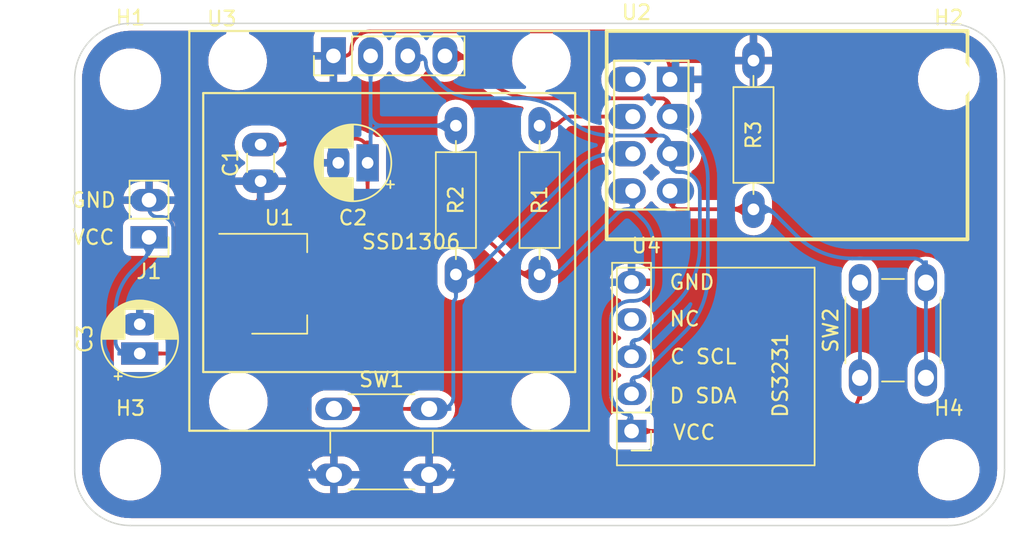
<source format=kicad_pcb>
(kicad_pcb (version 20240108) (generator "pcbnew") (generator_version "8.0")
  (layers (0 "F.Cu" signal) (31 "B.Cu" signal) (34 "B.Paste" user) (35 "F.Paste" user) (36 "B.SilkS" user "B.Silkscreen") (37 "F.SilkS" user "F.Silkscreen") (38 "B.Mask" user) (39 "F.Mask" user) (44 "Edge.Cuts" user))
  (net 0 "")
  (net 1 "GND")
  (net 2 "+3V3")
  (net 3 "Net-(R2-Pad2)")
  (net 4 "VCC")
  (net 6 "SDA")
  (net 7 "SCL")
  (net 8 "Net-(U2-Pad7)")
  (net 9 "Net-(R1-Pad2)")
  (footprint "My_Misc:CP_Radial_D5.0mm_P2.00mm_larger" (layer "F.Cu") (at 92.3951 55.245 180)
    (property "Reference" "C2")
    (property "Value" "100u")
  )
  (footprint "My_Misc:C_Disc_D3.0mm_W1.6mm_P2.50mm_larg" (layer "F.Cu") (at 85.09 56.495 90)
    (property "Reference" "C1")
    (property "Value" "100n")
  )
  (footprint "My_Parts:DS3231_RTC_module_large" (layer "F.Cu") (at 110.42 63.4)
    (property "Reference" "U4")
    (property "Value" "DS3231_RTC_module")
  )
  (footprint "My_Parts:SSD1306_I2C_0.96_OLED_display_large" (layer "F.Cu") (at 90.06 47.94)
    (property "Reference" "U3")
    (property "Value" "SSD1306_I2C_display")
  )
  (footprint "My_Misc:SW_PUSH_6mm_large" (layer "F.Cu") (at 90.095 72.045)
    (property "Reference" "SW1")
    (property "Value" "Reset")
  )
  (footprint "My_ESP8266:ESP-01_w_pin_socket_large" (layer "F.Cu") (at 110.5 49.544)
    (property "Reference" "U2")
    (property "Value" "ESP-01")
  )
  (footprint "My_Misc:R_Axial_DIN0207_L6.3mm_D2.5mm_P10.16mm_Horizontal_larger_pads" (layer "F.Cu") (at 104.14 62.865 90)
    (property "Reference" "R1")
    (property "Value" "10k")
  )
  (footprint "MountingHole:MountingHole_3.2mm_M3" (layer "F.Cu") (at 132.08 76.2)
    (property "Reference" "H4")
    (property "Value" "MountingHole")
  )
  (footprint "My_Misc:SW_PUSH_6mm_large" (layer "F.Cu") (at 126.02 69.925 90)
    (property "Reference" "SW2")
    (property "Value" "Function")
  )
  (footprint "Package_TO_SOT_SMD:SOT-223-3_TabPin2" (layer "F.Cu") (at 86.36 63.5)
    (property "Reference" "U1")
    (property "Value" "AMS1117-3.3")
  )
  (footprint "My_Headers:2-pin_power_input_header_larger_pads" (layer "F.Cu") (at 77.47 60.33 180)
    (property "Reference" "J1")
    (property "Value" "2-pin_power_input_header")
  )
  (footprint "MountingHole:MountingHole_3.2mm_M3" (layer "F.Cu") (at 76.2 76.2)
    (property "Reference" "H3")
    (property "Value" "MountingHole")
  )
  (footprint "My_Misc:CP_Radial_D5.0mm_P2.00mm_larger" (layer "F.Cu") (at 76.835 68.2651 90)
    (property "Reference" "C3")
    (property "Value" "10u")
  )
  (footprint "My_Misc:R_Axial_DIN0207_L6.3mm_D2.5mm_P10.16mm_Horizontal_larger_pads" (layer "F.Cu") (at 118.745 48.26 -90)
    (property "Reference" "R3")
    (property "Value" "10k")
  )
  (footprint "My_Misc:R_Axial_DIN0207_L6.3mm_D2.5mm_P10.16mm_Horizontal_larger_pads" (layer "F.Cu") (at 98.425 52.705 -90)
    (property "Reference" "R2")
    (property "Value" "10k")
  )
  (footprint "MountingHole:MountingHole_3.2mm_M3" (layer "F.Cu") (at 132.08 49.53)
    (property "Reference" "H2")
    (property "Value" "MountingHole")
  )
  (footprint "MountingHole:MountingHole_3.2mm_M3" (layer "F.Cu") (at 76.2 49.53)
    (property "Reference" "H1")
    (property "Value" "MountingHole")
  )
  (gr_arc (start 72.39 49.53) (mid 73.505923 46.835923) (end 76.2 45.72) (stroke (width 0.1)) (layer "Edge.Cuts"))
  (gr_line (start 135.89 49.53) (end 135.89 76.2) (stroke (width 0.1)) (layer "Edge.Cuts"))
  (gr_arc (start 135.89 76.2) (mid 134.774077 78.894077) (end 132.08 80.01) (stroke (width 0.1)) (layer "Edge.Cuts"))
  (gr_arc (start 132.08 45.72) (mid 134.774077 46.835923) (end 135.89 49.53) (stroke (width 0.1)) (layer "Edge.Cuts"))
  (gr_arc (start 76.2 80.01) (mid 73.505923 78.894077) (end 72.39 76.2) (stroke (width 0.1)) (layer "Edge.Cuts"))
  (gr_line (start 132.08 80.01) (end 76.2 80.01) (stroke (width 0.1)) (layer "Edge.Cuts"))
  (gr_line (start 72.39 76.2) (end 72.39 49.53) (stroke (width 0.1)) (layer "Edge.Cuts"))
  (gr_line (start 76.2 45.72) (end 132.08 45.72) (stroke (width 0.1)) (layer "Edge.Cuts"))
  (segment (start 113.04 48.92155) (end 113.04 49.544) (width 0.254) (layer "F.Cu") (net 1))
  (segment (start 96.595 76.545) (end 90.095 76.545) (width 0.254) (layer "F.Cu") (net 1))
  (segment (start 82.8257 59.6844) (end 81.94255 58.80125) (width 0.254) (layer "F.Cu") (net 1))
  (segment (start 91.617806 46.689993) (end 91.6652 46.6426) (width 0.254) (layer "F.Cu") (net 1))
  (segment (start 85.09 57.08565) (end 85.09 56.495) (width 0.254) (layer "F.Cu") (net 1))
  (segment (start 112.599861 47.858961) (end 112.0248 47.2839) (width 0.254) (layer "F.Cu") (net 1))
  (segment (start 92.567874 46.2687) (end 109.57389 46.2687) (width 0.254) (layer "F.Cu") (net 1))
  (segment (start 117.534952 48.2991) (end 113.66245 48.2991) (width 0.254) (layer "F.Cu") (net 1))
  (segment (start 83.0819 59.9406) (end 82.8257 59.6844) (width 0.254) (layer "F.Cu") (net 1))
  (segment (start 84.672347 58.093952) (end 83.0819 59.6844) (width 0.254) (layer "F.Cu") (net 1))
  (segment (start 83.21 60.24986) (end 83.21 61.2) (width 0.254) (layer "F.Cu") (net 1))
  (segment (start 79.501176 57.79) (end 77.47 57.79) (width 0.254) (layer "F.Cu") (net 1))
  (segment (start 90.82955 47.94) (end 90.06 47.94) (width 0.254) (layer "F.Cu") (net 1))
  (segment (start 117.629347 48.26) (end 118.745 48.26) (width 0.254) (layer "F.Cu") (net 1))
  (arc (start 81.94255 58.80125) (mid 80.822438 58.052815) (end 79.501176 57.79) (width 0.254) (layer "F.Cu") (net 1))
  (arc (start 82.8257 59.6844) (mid 82.9538 59.73746) (end 83.0819 59.6844) (width 0.254) (layer "F.Cu") (net 1))
  (arc (start 117.629347 48.26) (mid 117.603804 48.26508) (end 117.58215 48.27955) (width 0.254) (layer "F.Cu") (net 1))
  (arc (start 113.66245 48.2991) (mid 113.222311 48.481411) (end 113.04 48.92155) (width 0.254) (layer "F.Cu") (net 1))
  (arc (start 83.0819 59.6844) (mid 83.028839 59.8125) (end 83.0819 59.9406) (width 0.254) (layer "F.Cu") (net 1))
  (arc (start 91.2913 47.47825) (mid 91.156056 47.804756) (end 90.82955 47.94) (width 0.254) (layer "F.Cu") (net 1))
  (arc (start 112.599861 47.858961) (mid 113.087381 48.184711) (end 113.66245 48.2991) (width 0.254) (layer "F.Cu") (net 1))
  (arc (start 113.04 48.92155) (mid 112.925611 48.346481) (end 112.599861 47.858961) (width 0.254) (layer "F.Cu") (net 1))
  (arc (start 91.617806 46.689993) (mid 91.376156 47.051648) (end 91.2913 47.47825) (width 0.254) (layer "F.Cu") (net 1))
  (arc (start 117.58215 48.27955) (mid 117.560495 48.294019) (end 117.534952 48.2991) (width 0.254) (layer "F.Cu") (net 1))
  (arc (start 85.09 57.08565) (mid 84.981455 57.631339) (end 84.672347 58.093952) (width 0.254) (layer "F.Cu") (net 1))
  (arc (start 83.0819 59.9406) (mid 83.176707 60.082489) (end 83.21 60.24986) (width 0.254) (layer "F.Cu") (net 1))
  (arc (start 112.0248 47.2839) (mid 110.900313 46.532541) (end 109.57389 46.2687) (width 0.254) (layer "F.Cu") (net 1))
  (arc (start 92.567874 46.2687) (mid 92.07935 46.365873) (end 91.6652 46.6426) (width 0.254) (layer "F.Cu") (net 1))
  (segment (start 99.083726 73.338973) (end 108.528679 63.89402) (width 0.254) (layer "B.Cu") (net 1))
  (segment (start 88.4437 75.71935) (end 88.4437 57.24937) (width 0.254) (layer "B.Cu") (net 1))
  (segment (start 76.835 65.69345) (end 76.835 66.2651) (width 0.254) (layer "B.Cu") (net 1))
  (segment (start 77.978199 63.978599) (end 77.239217 64.717582) (width 0.254) (layer "B.Cu") (net 1))
  (segment (start 90.1093 55.245) (end 89.5377 55.245) (width 0.254) (layer "B.Cu") (net 1))
  (segment (start 87.689329 56.495) (end 85.09 56.495) (width 0.254) (layer "B.Cu") (net 1))
  (segment (start 98.2463 75.3607) (end 98.2463 75.71935) (width 0.254) (layer "B.Cu") (net 1))
  (segment (start 89.049673 55.447126) (end 88.22275 56.27405) (width 0.254) (layer "B.Cu") (net 1))
  (segment (start 89.8235 49.99503) (end 89.8235 54.9592) (width 0.254) (layer "B.Cu") (net 1))
  (segment (start 79.1214 61.218671) (end 79.1214 59.747419) (width 0.254) (layer "B.Cu") (net 1))
  (segment (start 90.06 49.424069) (end 90.06 47.94) (width 0.254) (layer "B.Cu") (net 1))
  (segment (start 90.1093 55.245) (end 90.3951 55.245) (width 0.254) (layer "B.Cu") (net 1))
  (segment (start 97.42065 76.545) (end 96.595 76.545) (width 0.254) (layer "B.Cu") (net 1))
  (segment (start 89.26935 76.545) (end 90.095 76.545) (width 0.254) (layer "B.Cu") (net 1))
  (segment (start 109.72135 63.4) (end 110.42 63.4) (width 0.254) (layer "B.Cu") (net 1))
  (segment (start 77.47 58.36165) (end 77.47 57.79) (width 0.254) (layer "B.Cu") (net 1))
  (segment (start 78.04165 58.9333) (end 78.30728 58.9333) (width 0.254) (layer "B.Cu") (net 1))
  (segment (start 89.5377 55.245) (end 89.53765 55.245) (width 0.254) (layer "B.Cu") (net 1))
  (arc (start 88.4437 75.71935) (mid 88.685527 76.303172) (end 89.26935 76.545) (width 0.254) (layer "B.Cu") (net 1))
  (arc (start 89.5377 55.245) (mid 89.739791 55.161291) (end 89.8235 54.9592) (width 0.254) (layer "B.Cu") (net 1))
  (arc (start 89.53765 55.245) (mid 89.273558 55.29753) (end 89.049673 55.447126) (width 0.254) (layer "B.Cu") (net 1))
  (arc (start 89.94175 49.70955) (mid 89.854232 49.840529) (end 89.8235 49.99503) (width 0.254) (layer "B.Cu") (net 1))
  (arc (start 90.06 49.424069) (mid 90.029267 49.57857) (end 89.94175 49.70955) (width 0.254) (layer "B.Cu") (net 1))
  (arc (start 99.083726 73.338973) (mid 98.463939 74.266549) (end 98.2463 75.3607) (width 0.254) (layer "B.Cu") (net 1))
  (arc (start 77.47 58.36165) (mid 77.637432 58.765867) (end 78.04165 58.9333) (width 0.254) (layer "B.Cu") (net 1))
  (arc (start 88.22275 56.27405) (mid 88.131229 56.495) (end 88.22275 56.71595) (width 0.254) (layer "B.Cu") (net 1))
  (arc (start 77.239217 64.717582) (mid 76.940052 65.165314) (end 76.835 65.69345) (width 0.254) (layer "B.Cu") (net 1))
  (arc (start 78.88295 59.17175) (mid 79.059428 59.435869) (end 79.1214 59.747419) (width 0.254) (layer "B.Cu") (net 1))
  (arc (start 98.2463 75.71935) (mid 98.004472 76.303172) (end 97.42065 76.545) (width 0.254) (layer "B.Cu") (net 1))
  (arc (start 88.22275 56.71595) (mid 88.386276 56.960685) (end 88.4437 57.24937) (width 0.254) (layer "B.Cu") (net 1))
  (arc (start 87.689329 56.495) (mid 87.978014 56.437576) (end 88.22275 56.27405) (width 0.254) (layer "B.Cu") (net 1))
  (arc (start 79.1214 61.218671) (mid 78.824291 62.712333) (end 77.978199 63.978599) (width 0.254) (layer "B.Cu") (net 1))
  (arc (start 88.22275 56.71595) (mid 87.978014 56.552423) (end 87.689329 56.495) (width 0.254) (layer "B.Cu") (net 1))
  (arc (start 78.88295 59.17175) (mid 78.61883 58.995271) (end 78.30728 58.9333) (width 0.254) (layer "B.Cu") (net 1))
  (arc (start 109.72135 63.4) (mid 109.075881 63.528391) (end 108.528679 63.89402) (width 0.254) (layer "B.Cu") (net 1))
  (arc (start 89.8235 54.9592) (mid 89.907208 55.161291) (end 90.1093 55.245) (width 0.254) (layer "B.Cu") (net 1))
  (segment (start 97.351936 59.4742) (end 94.435173 59.4742) (width 0.254) (layer "F.Cu") (net 2))
  (segment (start 89.51 63.21475) (end 89.51 63.5) (width 0.254) (layer "F.Cu") (net 2))
  (segment (start 89.22485 62.9296) (end 85.565033 62.9296) (width 0.254) (layer "F.Cu") (net 2))
  (segment (start 125.436177 72.160122) (end 125.02815 72.56815) (width 0.254) (layer "F.Cu") (net 2))
  (segment (start 92.3951 57.474201) (end 92.3951 56.07065) (width 0.254) (layer "F.Cu") (net 2))
  (segment (start 102.592482 62.460782) (end 101.199692 61.067992) (width 0.254) (layer "F.Cu") (net 2))
  (segment (start 91.56945 53.5937) (end 87.426361 53.5937) (width 0.254) (layer "F.Cu") (net 2))
  (segment (start 89.711631 62.157668) (end 90.95255 60.91675) (width 0.254) (layer "F.Cu") (net 2))
  (segment (start 84.187966 63.5) (end 83.21 63.5) (width 0.254) (layer "F.Cu") (net 2))
  (segment (start 86.457538 53.995) (end 85.09 53.995) (width 0.254) (layer "F.Cu") (net 2))
  (segment (start 92.3951 54.41935) (end 92.3951 56.07065) (width 0.254) (layer "F.Cu") (net 2))
  (segment (start 89.51 62.64445) (end 89.51 63.21475) (width 0.254) (layer "F.Cu") (net 2))
  (segment (start 122.633612 73.56) (end 110.42 73.56) (width 0.254) (layer "F.Cu") (net 2))
  (segment (start 103.56835 62.865) (end 104.14 62.865) (width 0.254) (layer "F.Cu") (net 2))
  (segment (start 126.02 70.75065) (end 126.02 69.925) (width 0.254) (layer "F.Cu") (net 2))
  (arc (start 125.02815 72.56815) (mid 123.929526 73.302226) (end 122.633612 73.56) (width 0.254) (layer "F.Cu") (net 2))
  (arc (start 102.592482 62.460782) (mid 103.040214 62.759947) (end 103.56835 62.865) (width 0.254) (layer "F.Cu") (net 2))
  (arc (start 126.02 70.75065) (mid 125.868269 71.51345) (end 125.436177 72.160122) (width 0.254) (layer "F.Cu") (net 2))
  (arc (start 87.426361 53.5937) (mid 87.164199 53.645847) (end 86.94195 53.79435) (width 0.254) (layer "F.Cu") (net 2))
  (arc (start 101.199692 61.067992) (mid 99.434326 59.888413) (end 97.351936 59.4742) (width 0.254) (layer "F.Cu") (net 2))
  (arc (start 89.22485 62.9296) (mid 89.426481 62.846081) (end 89.51 62.64445) (width 0.254) (layer "F.Cu") (net 2))
  (arc (start 89.711631 62.157668) (mid 89.562402 62.381005) (end 89.51 62.64445) (width 0.254) (layer "F.Cu") (net 2))
  (arc (start 94.435173 59.4742) (mid 92.550391 59.849106) (end 90.95255 60.91675) (width 0.254) (layer "F.Cu") (net 2))
  (arc (start 92.3951 57.474201) (mid 92.992623 58.888413) (end 94.435173 59.4742) (width 0.254) (layer "F.Cu") (net 2))
  (arc (start 89.51 63.21475) (mid 89.426481 63.013118) (end 89.22485 62.9296) (width 0.254) (layer "F.Cu") (net 2))
  (arc (start 86.94195 53.79435) (mid 86.719699 53.942852) (end 86.457538 53.995) (width 0.254) (layer "F.Cu") (net 2))
  (arc (start 85.565033 62.9296) (mid 85.192401 63.003721) (end 84.8765 63.2148) (width 0.254) (layer "F.Cu") (net 2))
  (arc (start 90.95255 60.91675) (mid 92.020193 59.329323) (end 92.3951 57.474201) (width 0.254) (layer "F.Cu") (net 2))
  (arc (start 92.3951 54.41935) (mid 92.153272 53.835527) (end 91.56945 53.5937) (width 0.254) (layer "F.Cu") (net 2))
  (arc (start 84.8765 63.2148) (mid 84.560597 63.425878) (end 84.187966 63.5) (width 0.254) (layer "F.Cu") (net 2))
  (segment (start 109.742952 72.239852) (end 109.46075 71.95765) (width 0.254) (layer "B.Cu") (net 2))
  (segment (start 93.3547 52.705) (end 96.71005 52.705) (width 0.254) (layer "B.Cu") (net 2))
  (segment (start 92.6 54.069513) (end 92.6 53.4597) (width 0.254) (layer "B.Cu") (net 2))
  (segment (start 111.8912 63.307899) (end 111.8912 60.783826) (width 0.254) (layer "B.Cu") (net 2))
  (segment (start 92.3951 54.564186) (end 92.3951 55.245) (width 0.254) (layer "B.Cu") (net 2))
  (segment (start 104.71165 62.865) (end 104.14 62.865) (width 0.254) (layer "B.Cu") (net 2))
  (segment (start 110.396747 64.67) (end 110.529099 64.67) (width 0.254) (layer "B.Cu") (net 2))
  (segment (start 110.42 72.6668) (end 110.42 73.56) (width 0.254) (layer "B.Cu") (net 2))
  (segment (start 97.85335 52.705) (end 98.425 52.705) (width 0.254) (layer "B.Cu") (net 2))
  (segment (start 97.85335 52.705) (end 96.71005 52.705) (width 0.254) (layer "B.Cu") (net 2))
  (segment (start 109.470487 58.677812) (end 105.687517 62.460782) (width 0.254) (layer "B.Cu") (net 2))
  (segment (start 111.1956 59.1045) (end 110.768912 58.677812) (width 0.254) (layer "B.Cu") (net 2))
  (segment (start 92.6 53.4597) (end 92.6 51.9503) (width 0.254) (layer "B.Cu") (net 2))
  (segment (start 126.02 69.925) (end 126.02 63.425) (width 0.254) (layer "B.Cu") (net 2))
  (segment (start 109.0017 70.849405) (end 109.0017 66.065047) (width 0.254) (layer "B.Cu") (net 2))
  (segment (start 92.6 51.9503) (end 92.6 47.94) (width 0.254) (layer "B.Cu") (net 2))
  (segment (start 110.5 58.0286) (end 110.5 57.164) (width 0.254) (layer "B.Cu") (net 2))
  (arc (start 110.768912 58.677812) (mid 110.471051 58.478787) (end 110.1197 58.4089) (width 0.254) (layer "B.Cu") (net 2))
  (arc (start 110.1197 58.4089) (mid 110.388612 58.297512) (end 110.5 58.0286) (width 0.254) (layer "B.Cu") (net 2))
  (arc (start 92.49755 54.31685) (mid 92.421725 54.430328) (end 92.3951 54.564186) (width 0.254) (layer "B.Cu") (net 2))
  (arc (start 111.8912 63.307899) (mid 111.787516 63.829152) (end 111.49225 64.27105) (width 0.254) (layer "B.Cu") (net 2))
  (arc (start 109.0017 70.849405) (mid 109.121003 71.449182) (end 109.46075 71.95765) (width 0.254) (layer "B.Cu") (net 2))
  (arc (start 110.396747 64.67) (mid 109.862885 64.776191) (end 109.4103 65.0786) (width 0.254) (layer "B.Cu") (net 2))
  (arc (start 92.6 54.069513) (mid 92.573374 54.20337) (end 92.49755 54.31685) (width 0.254) (layer "B.Cu") (net 2))
  (arc (start 93.3547 52.705) (mid 92.821046 52.926046) (end 92.6 53.4597) (width 0.254) (layer "B.Cu") (net 2))
  (arc (start 105.687517 62.460782) (mid 105.239785 62.759947) (end 104.71165 62.865) (width 0.254) (layer "B.Cu") (net 2))
  (arc (start 110.5 58.0286) (mid 110.569887 58.379951) (end 110.768912 58.677812) (width 0.254) (layer "B.Cu") (net 2))
  (arc (start 110.1197 58.4089) (mid 109.768348 58.478787) (end 109.470487 58.677812) (width 0.254) (layer "B.Cu") (net 2))
  (arc (start 110.42 72.6668) (mid 110.346747 72.489952) (end 110.1699 72.4167) (width 0.254) (layer "B.Cu") (net 2))
  (arc (start 109.742952 72.239852) (mid 109.938837 72.370738) (end 110.1699 72.4167) (width 0.254) (layer "B.Cu") (net 2))
  (arc (start 111.49225 64.27105) (mid 111.050352 64.566316) (end 110.529099 64.67) (width 0.254) (layer "B.Cu") (net 2))
  (arc (start 111.1956 59.1045) (mid 111.710419 59.874981) (end 111.8912 60.783826) (width 0.254) (layer "B.Cu") (net 2))
  (arc (start 109.4103 65.0786) (mid 109.107891 65.531185) (end 109.0017 66.065047) (width 0.254) (layer "B.Cu") (net 2))
  (arc (start 92.6 51.9503) (mid 92.821046 52.483953) (end 93.3547 52.705) (width 0.254) (layer "B.Cu") (net 2))
  (segment (start 96.595 72.045) (end 90.095 72.045) (width 0.254) (layer "F.Cu") (net 3))
  (segment (start 98.2463 71.21935) (end 98.2463 64.821359) (width 0.254) (layer "B.Cu") (net 3))
  (segment (start 98.425 63.43665) (end 98.425 64.38994) (width 0.254) (layer "B.Cu") (net 3))
  (segment (start 99.972517 62.460782) (end 106.857993 55.575306) (width 0.254) (layer "B.Cu") (net 3))
  (segment (start 109.15465 54.624) (end 110.5 54.624) (width 0.254) (layer "B.Cu") (net 3))
  (segment (start 97.42065 72.045) (end 96.595 72.045) (width 0.254) (layer "B.Cu") (net 3))
  (arc (start 98.33565 64.60565) (mid 98.269521 64.704618) (end 98.2463 64.821359) (width 0.254) (layer "B.Cu") (net 3))
  (arc (start 99.972517 62.460782) (mid 99.524785 62.759947) (end 98.99665 62.865) (width 0.254) (layer "B.Cu") (net 3))
  (arc (start 98.2463 71.21935) (mid 98.004472 71.803172) (end 97.42065 72.045) (width 0.254) (layer "B.Cu") (net 3))
  (arc (start 109.15465 54.624) (mid 107.911708 54.871236) (end 106.857993 55.575306) (width 0.254) (layer "B.Cu") (net 3))
  (arc (start 98.425 64.38994) (mid 98.401778 64.506681) (end 98.33565 64.60565) (width 0.254) (layer "B.Cu") (net 3))
  (arc (start 98.99665 62.865) (mid 98.592432 63.032432) (end 98.425 63.43665) (width 0.254) (layer "B.Cu") (net 3))
  (segment (start 83.21 66.36565) (end 83.21 65.8) (width 0.254) (layer "F.Cu") (net 4))
  (segment (start 82.810025 67.331274) (end 82.5431 67.5982) (width 0.254) (layer "F.Cu") (net 4))
  (segment (start 80.93306 68.2651) (end 76.835 68.2651) (width 0.254) (layer "F.Cu") (net 4))
  (arc (start 82.5431 67.5982) (mid 81.804407 68.091778) (end 80.93306 68.2651) (width 0.254) (layer "F.Cu") (net 4))
  (arc (start 83.21 66.36565) (mid 83.106049 66.888242) (end 82.810025 67.331274) (width 0.254) (layer "F.Cu") (net 4))
  (segment (start 77.47 60.90165) (end 77.47 60.33) (width 0.254) (layer "B.Cu") (net 4))
  (segment (start 76.00935 68.2651) (end 76.835 68.2651) (width 0.254) (layer "B.Cu") (net 4))
  (segment (start 75.1837 67.43945) (end 75.1837 65.376258) (width 0.254) (layer "B.Cu") (net 4))
  (segment (start 76.326849 62.616449) (end 77.065782 61.877517) (width 0.254) (layer "B.Cu") (net 4))
  (arc (start 77.47 60.90165) (mid 77.364947 61.429785) (end 77.065782 61.877517) (width 0.254) (layer "B.Cu") (net 4))
  (arc (start 75.1837 67.43945) (mid 75.425527 68.023272) (end 76.00935 68.2651) (width 0.254) (layer "B.Cu") (net 4))
  (arc (start 76.326849 62.616449) (mid 75.480794 63.88266) (end 75.1837 65.376258) (width 0.254) (layer "B.Cu") (net 4))
  (segment (start 112.41755 50.8391) (end 103.860373 50.8391) (width 0.254) (layer "F.Cu") (net 6))
  (segment (start 99.34663 48.37533) (end 100.36085 49.38955) (width 0.254) (layer "F.Cu") (net 6))
  (segment (start 113.04 51.46155) (end 113.04 52.084) (width 0.254) (layer "F.Cu") (net 6))
  (segment (start 98.29565 47.94) (end 97.68 47.94) (width 0.254) (layer "F.Cu") (net 6))
  (arc (start 99.34663 48.37533) (mid 98.864436 48.053138) (end 98.29565 47.94) (width 0.254) (layer "F.Cu") (net 6))
  (arc (start 113.04 51.46155) (mid 112.857688 51.021411) (end 112.41755 50.8391) (width 0.254) (layer "F.Cu") (net 6))
  (arc (start 100.36085 49.38955) (mid 101.966444 50.462374) (end 103.860373 50.8391) (width 0.254) (layer "F.Cu") (net 6))
  (segment (start 111.158769 69.68373) (end 114.036507 66.805992) (width 0.254) (layer "B.Cu") (net 6))
  (segment (start 113.09445 52.084) (end 113.04 52.084) (width 0.254) (layer "B.Cu") (net 6))
  (segment (start 115.6303 56.320014) (end 115.6303 62.958236) (width 0.254) (layer "B.Cu") (net 6))
  (segment (start 114.3896 53.3247) (end 113.187401 52.122501) (width 0.254) (layer "B.Cu") (net 6))
  (segment (start 110.42 70.1496) (end 110.42 71.02) (width 0.254) (layer "B.Cu") (net 6))
  (arc (start 115.6303 62.958236) (mid 115.216086 65.040626) (end 114.036507 66.805992) (width 0.254) (layer "B.Cu") (net 6))
  (arc (start 110.6929 69.8767) (mid 110.49993 69.95663) (end 110.42 70.1496) (width 0.254) (layer "B.Cu") (net 6))
  (arc (start 113.187401 52.122501) (mid 113.144754 52.094006) (end 113.09445 52.084) (width 0.254) (layer "B.Cu") (net 6))
  (arc (start 114.3896 53.3247) (mid 115.307852 54.698961) (end 115.6303 56.320014) (width 0.254) (layer "B.Cu") (net 6))
  (arc (start 111.158769 69.68373) (mid 110.945026 69.826548) (end 110.6929 69.8767) (width 0.254) (layer "B.Cu") (net 6))
  (segment (start 115.0812 60.967336) (end 115.0812 57.17586) (width 0.254) (layer "B.Cu") (net 7))
  (segment (start 110.42 67.6096) (end 110.42 68.48) (width 0.254) (layer "B.Cu") (net 7))
  (segment (start 113.487407 64.815092) (end 111.158769 67.14373) (width 0.254) (layer "B.Cu") (net 7))
  (segment (start 96.697806 49.190006) (end 97.3547 49.8469) (width 0.254) (layer "B.Cu") (net 7))
  (segment (start 113.774239 55.8689) (end 113.66245 55.8689) (width 0.254) (layer "B.Cu") (net 7))
  (segment (start 113.04 54.00155) (end 113.04 55.24645) (width 0.254) (layer "B.Cu") (net 7))
  (segment (start 102.864726 50.8303) (end 99.728837 50.8303) (width 0.254) (layer "B.Cu") (net 7))
  (segment (start 95.90955 47.94) (end 95.14 47.94) (width 0.254) (layer "B.Cu") (net 7))
  (segment (start 112.41755 53.3791) (end 109.018073 53.3791) (width 0.254) (layer "B.Cu") (net 7))
  (arc (start 96.3713 48.40175) (mid 96.456156 48.828351) (end 96.697806 49.190006) (width 0.254) (layer "B.Cu") (net 7))
  (arc (start 111.158769 67.14373) (mid 110.945026 67.286548) (end 110.6929 67.3367) (width 0.254) (layer "B.Cu") (net 7))
  (arc (start 113.04 55.24645) (mid 113.222311 55.686588) (end 113.66245 55.8689) (width 0.254) (layer "B.Cu") (net 7))
  (arc (start 105.9414 52.1047) (mid 104.52981 51.161505) (end 102.864726 50.8303) (width 0.254) (layer "B.Cu") (net 7))
  (arc (start 110.6929 67.3367) (mid 110.49993 67.41663) (end 110.42 67.6096) (width 0.254) (layer "B.Cu") (net 7))
  (arc (start 114.6984 56.2517) (mid 114.981713 56.675708) (end 115.0812 57.17586) (width 0.254) (layer "B.Cu") (net 7))
  (arc (start 113.04 54.00155) (mid 112.857688 53.561411) (end 112.41755 53.3791) (width 0.254) (layer "B.Cu") (net 7))
  (arc (start 115.0812 60.967336) (mid 114.666986 63.049726) (end 113.487407 64.815092) (width 0.254) (layer "B.Cu") (net 7))
  (arc (start 105.9414 52.1047) (mid 107.352989 53.047894) (end 109.018073 53.3791) (width 0.254) (layer "B.Cu") (net 7))
  (arc (start 97.3547 49.8469) (mid 98.443963 50.574722) (end 99.728837 50.8303) (width 0.254) (layer "B.Cu") (net 7))
  (arc (start 96.3713 48.40175) (mid 96.236056 48.075243) (end 95.90955 47.94) (width 0.254) (layer "B.Cu") (net 7))
  (arc (start 114.6984 56.2517) (mid 114.274391 55.968386) (end 113.774239 55.8689) (width 0.254) (layer "B.Cu") (net 7))
  (segment (start 117.609548 58.42) (end 118.745 58.42) (width 0.254) (layer "F.Cu") (net 8))
  (segment (start 117.582751 58.4089) (end 113.66245 58.4089) (width 0.254) (layer "F.Cu") (net 8))
  (segment (start 113.04 57.78645) (end 113.04 57.164) (width 0.254) (layer "F.Cu") (net 8))
  (arc (start 113.04 57.78645) (mid 113.222311 58.226588) (end 113.66245 58.4089) (width 0.254) (layer "F.Cu") (net 8))
  (arc (start 117.59615 58.41445) (mid 117.590002 58.410342) (end 117.582751 58.4089) (width 0.254) (layer "F.Cu") (net 8))
  (arc (start 117.59615 58.41445) (mid 117.602297 58.418557) (end 117.609548 58.42) (width 0.254) (layer "F.Cu") (net 8))
  (segment (start 121.648207 60.179907) (end 120.292517 58.824217) (width 0.254) (layer "B.Cu") (net 8))
  (segment (start 119.31665 58.42) (end 118.745 58.42) (width 0.254) (layer "B.Cu") (net 8))
  (segment (start 129.69435 61.7737) (end 125.495963 61.7737) (width 0.254) (layer "B.Cu") (net 8))
  (segment (start 130.52 64.25065) (end 130.52 69.925) (width 0.254) (layer "B.Cu") (net 8))
  (segment (start 130.52 62.59935) (end 130.52 64.25065) (width 0.254) (layer "B.Cu") (net 8))
  (arc (start 120.292517 58.824217) (mid 119.844785 58.525052) (end 119.31665 58.42) (width 0.254) (layer "B.Cu") (net 8))
  (arc (start 130.52 62.59935) (mid 130.278172 62.015527) (end 129.69435 61.7737) (width 0.254) (layer "B.Cu") (net 8))
  (arc (start 121.648207 60.179907) (mid 123.413572 61.359486) (end 125.495963 61.7737) (width 0.254) (layer "B.Cu") (net 8))
  (segment (start 106.343413 52.084) (end 110.5 52.084) (width 0.254) (layer "F.Cu") (net 9))
  (segment (start 104.844186 52.705) (end 104.14 52.705) (width 0.254) (layer "F.Cu") (net 9))
  (arc (start 105.5938 52.3945) (mid 105.249874 52.624303) (end 104.844186 52.705) (width 0.254) (layer "F.Cu") (net 9))
  (arc (start 106.343413 52.084) (mid 105.937725 52.164696) (end 105.5938 52.3945) (width 0.254) (layer "F.Cu") (net 9))
  (zone (net 8) (net_name "Net-(U2-Pad7)") (layer "F.Cu") (priority 16962) (connect_pads yes (clearance 0)) (min_thickness 0.0254) (fill yes (thermal_gap 0.508) (thermal_bridge_width 0.508))
    (polygon (pts (xy 117.217598 58.5359) (xy 117.397793 58.545) (xy 117.545804 58.570789) (xy 117.668645 58.610999) (xy 117.773328 58.663363) (xy 117.866867 58.725613) (xy 117.956274 58.795482) (xy 118.048563 58.870703) (xy 118.150747 58.949008) (xy 118.269839 59.028129) (xy 118.412852 59.1058) (xy 119.126 58.42) (xy 118.412852 57.7342) (xy 118.270616 57.81081) (xy 118.151725 57.88799) (xy 118.049317 57.963706) (xy 117.956529 58.035923) (xy 117.8665 58.10261) (xy 117.77237 58.161731) (xy 117.667276 58.211255) (xy 117.544357 58.249146) (xy 117.396751 58.273372) (xy 117.217598 58.2819)))
  )
  (zone (net 9) (net_name "Net-(R1-Pad2)") (layer "F.Cu") (priority 16962) (connect_pads yes (clearance 0)) (min_thickness 0.0254) (fill yes (thermal_gap 0.508) (thermal_bridge_width 0.508))
    (polygon (pts (xy 108.7764 52.211) (xy 108.979826 52.221436) (xy 109.146669 52.250996) (xy 109.284921 52.297058) (xy 109.402575 52.356998) (xy 109.507626 52.428196) (xy 109.608064 52.508027) (xy 109.711885 52.593869) (xy 109.82708 52.683101) (xy 109.961642 52.773098) (xy 110.123566 52.86124) (xy 110.9318 52.084) (xy 110.123566 51.30676) (xy 109.961642 51.394901) (xy 109.82708 51.484898) (xy 109.711885 51.57413) (xy 109.608064 51.659972) (xy 109.507626 51.739803) (xy 109.402575 51.811001) (xy 109.284921 51.870941) (xy 109.146669 51.917003) (xy 108.979826 51.946563) (xy 108.7764 51.957)))
  )
  (zone (net 9) (net_name "Net-(R1-Pad2)") (layer "F.Cu") (priority 16962) (connect_pads yes (clearance 0)) (min_thickness 0.0254) (fill yes (thermal_gap 0.508) (thermal_bridge_width 0.508))
    (polygon (pts (xy 105.468349 52.340346) (xy 105.361722 52.426698) (xy 105.262432 52.468321) (xy 105.168311 52.472115) (xy 105.077193 52.444982) (xy 104.986909 52.393824) (xy 104.895292 52.325542) (xy 104.800175 52.247037) (xy 104.69939 52.165211) (xy 104.59077 52.086964) (xy 104.472148 52.0192) (xy 103.759 52.705) (xy 104.678815 53.243815) (xy 104.785856 53.143641) (xy 104.883067 53.065071) (xy 104.973289 53.00232) (xy 105.059365 52.9496) (xy 105.144139 52.901128) (xy 105.230452 52.851115) (xy 105.321147 52.793777) (xy 105.419067 52.723328) (xy 105.527055 52.633981) (xy 105.647954 52.519951)))
  )
  (zone (net 2) (net_name "+3V3") (layer "F.Cu") (priority 16962) (connect_pads yes (clearance 0)) (min_thickness 0.0254) (fill yes (thermal_gap 0.508) (thermal_bridge_width 0.508))
    (polygon (pts (xy 111.942 73.433) (xy 111.763023 73.42416) (xy 111.615837 73.399088) (xy 111.493521 73.359949) (xy 111.389152 73.308912) (xy 111.295807 73.248143) (xy 111.206563 73.179812) (xy 111.114497 73.106084) (xy 111.012688 73.029128) (xy 110.894212 72.95111) (xy 110.752148 72.8742) (xy 110.039 73.56) (xy 110.752148 74.2458) (xy 110.894212 74.168889) (xy 111.012688 74.090871) (xy 111.114497 74.013915) (xy 111.206563 73.940187) (xy 111.295807 73.871856) (xy 111.389152 73.811087) (xy 111.493521 73.76005) (xy 111.615837 73.720911) (xy 111.763023 73.695839) (xy 111.942 73.687)))
  )
  (zone (net 2) (net_name "+3V3") (layer "F.Cu") (priority 16962) (connect_pads yes (clearance 0)) (min_thickness 0.0254) (fill yes (thermal_gap 0.508) (thermal_bridge_width 0.508))
    (polygon (pts (xy 92.5221 56.767) (xy 92.530939 56.588023) (xy 92.556011 56.440837) (xy 92.59515 56.318521) (xy 92.646187 56.214152) (xy 92.706956 56.120807) (xy 92.775287 56.031563) (xy 92.849015 55.939497) (xy 92.925971 55.837688) (xy 93.003989 55.719212) (xy 93.0809 55.577148) (xy 92.3951 54.864) (xy 91.7093 55.577148) (xy 91.78621 55.719212) (xy 91.864228 55.837688) (xy 91.941184 55.939497) (xy 92.014912 56.031563) (xy 92.083243 56.120807) (xy 92.144012 56.214152) (xy 92.195049 56.318521) (xy 92.234188 56.440837) (xy 92.25926 56.588023) (xy 92.2681 56.767)))
  )
  (zone (net 2) (net_name "+3V3") (layer "F.Cu") (priority 16962) (connect_pads yes (clearance 0)) (min_thickness 0.0254) (fill yes (thermal_gap 0.508) (thermal_bridge_width 0.508))
    (polygon (pts (xy 126.147 71.447) (xy 126.155839 71.268023) (xy 126.180911 71.120837) (xy 126.22005 70.998521) (xy 126.271087 70.894152) (xy 126.331856 70.800807) (xy 126.400187 70.711563) (xy 126.473915 70.619497) (xy 126.550871 70.517688) (xy 126.628889 70.399212) (xy 126.7058 70.257148) (xy 126.02 69.544) (xy 125.3342 70.257148) (xy 125.41111 70.399212) (xy 125.489128 70.517688) (xy 125.566084 70.619497) (xy 125.639812 70.711563) (xy 125.708143 70.800807) (xy 125.768912 70.894152) (xy 125.819949 70.998521) (xy 125.859088 71.120837) (xy 125.88416 71.268023) (xy 125.893 71.447)))
  )
  (zone (net 2) (net_name "+3V3") (layer "F.Cu") (priority 16962) (connect_pads yes (clearance 0)) (min_thickness 0.0254) (fill yes (thermal_gap 0.508) (thermal_bridge_width 0.508))
    (polygon (pts (xy 92.2681 53.723) (xy 92.25926 53.901976) (xy 92.234188 54.049162) (xy 92.195049 54.171478) (xy 92.144012 54.275847) (xy 92.083243 54.369192) (xy 92.014912 54.458436) (xy 91.941184 54.550502) (xy 91.864228 54.652311) (xy 91.78621 54.770787) (xy 91.7093 54.912852) (xy 92.3951 55.626) (xy 93.0809 54.912852) (xy 93.003989 54.770787) (xy 92.925971 54.652311) (xy 92.849015 54.550502) (xy 92.775287 54.458436) (xy 92.706956 54.369192) (xy 92.646187 54.275847) (xy 92.59515 54.171478) (xy 92.556011 54.049162) (xy 92.530939 53.901976) (xy 92.5221 53.723)))
  )
  (zone (net 8) (net_name "Net-(U2-Pad7)") (layer "F.Cu") (priority 16962) (connect_pads yes (clearance 0)) (min_thickness 0.0254) (fill yes (thermal_gap 0.508) (thermal_bridge_width 0.508))
    (polygon (pts (xy 113.5287 58.2819) (xy 113.435977 58.269672) (xy 113.391252 58.235129) (xy 113.386657 58.181478) (xy 113.414324 58.111928) (xy 113.466386 58.029688) (xy 113.534975 57.937966) (xy 113.612223 57.839971) (xy 113.690261 57.738912) (xy 113.761223 57.637996) (xy 113.81724 57.540434) (xy 113.04 56.7322) (xy 113.04 58.0276) (xy 113.119792 58.041832) (xy 113.176489 58.080463) (xy 113.216175 58.137392) (xy 113.244934 58.206521) (xy 113.268849 58.28175) (xy 113.294004 58.356978) (xy 113.326483 58.426107) (xy 113.372369 58.483036) (xy 113.437747 58.521667) (xy 113.5287 58.5359)))
  )
  (zone (net 4) (net_name "VCC") (layer "F.Cu") (priority 16962) (connect_pads yes (clearance 0)) (min_thickness 0.0254) (fill yes (thermal_gap 0.508) (thermal_bridge_width 0.508))
    (polygon (pts (xy 78.357 68.1381) (xy 78.178023 68.12926) (xy 78.030837 68.104188) (xy 77.908521 68.065049) (xy 77.804152 68.014012) (xy 77.710807 67.953243) (xy 77.621563 67.884912) (xy 77.529497 67.811184) (xy 77.427688 67.734228) (xy 77.309212 67.65621) (xy 77.167148 67.5793) (xy 76.454 68.2651) (xy 77.167148 68.9509) (xy 77.309212 68.873989) (xy 77.427688 68.795971) (xy 77.529497 68.719015) (xy 77.621563 68.645287) (xy 77.710807 68.576956) (xy 77.804152 68.516187) (xy 77.908521 68.46515) (xy 78.030837 68.426011) (xy 78.178023 68.400939) (xy 78.357 68.3921)))
  )
  (zone (net 2) (net_name "+3V3") (layer "F.Cu") (priority 16962) (connect_pads yes (clearance 0)) (min_thickness 0.0254) (fill yes (thermal_gap 0.508) (thermal_bridge_width 0.508))
    (polygon (pts (xy 86.68 53.868) (xy 86.492828 53.858528) (xy 86.339143 53.831689) (xy 86.21164 53.789841) (xy 86.103016 53.735347) (xy 86.005966 53.670566) (xy 85.913188 53.597861) (xy 85.817377 53.51959) (xy 85.71123 53.438116) (xy 85.587442 53.355799) (xy 85.438711 53.275) (xy 84.69 53.995) (xy 85.438711 54.715) (xy 85.587442 54.6342) (xy 85.71123 54.551883) (xy 85.817377 54.470409) (xy 85.913188 54.392138) (xy 86.005966 54.319433) (xy 86.103016 54.254652) (xy 86.21164 54.200158) (xy 86.339143 54.15831) (xy 86.492828 54.131471) (xy 86.68 54.122)))
  )
  (zone (net 2) (net_name "+3V3") (layer "F.Cu") (priority 16962) (connect_pads yes (clearance 0)) (min_thickness 0.0254) (fill yes (thermal_gap 0.508) (thermal_bridge_width 0.508))
    (polygon (pts (xy 102.632046 62.679951) (xy 102.752944 62.793981) (xy 102.860932 62.883328) (xy 102.958852 62.953777) (xy 103.049547 63.011115) (xy 103.13586 63.061128) (xy 103.220634 63.1096) (xy 103.30671 63.16232) (xy 103.396932 63.225071) (xy 103.494143 63.303641) (xy 103.601185 63.403815) (xy 104.521 62.865) (xy 103.807852 62.1792) (xy 103.689229 62.246964) (xy 103.580609 62.325211) (xy 103.479824 62.407037) (xy 103.384707 62.485542) (xy 103.29309 62.553824) (xy 103.202806 62.604982) (xy 103.111688 62.632115) (xy 103.017567 62.628321) (xy 102.918277 62.586698) (xy 102.811651 62.500346)))
  )
  (zone (net 6) (net_name "SDA") (layer "F.Cu") (priority 16962) (connect_pads yes (clearance 0)) (min_thickness 0.0254) (fill yes (thermal_gap 0.508) (thermal_bridge_width 0.508))
    (polygon (pts (xy 112.5513 50.9661) (xy 112.644022 50.978327) (xy 112.688747 51.01287) (xy 112.693342 51.066521) (xy 112.665675 51.136071) (xy 112.613613 51.218311) (xy 112.545024 51.310033) (xy 112.467776 51.408028) (xy 112.389738 51.509087) (xy 112.318776 51.610003) (xy 112.26276 51.707566) (xy 113.04 52.5158) (xy 113.04 51.2204) (xy 112.960207 51.206167) (xy 112.90351 51.167536) (xy 112.863824 51.110607) (xy 112.835065 51.041478) (xy 112.81115 50.96625) (xy 112.785995 50.891021) (xy 112.753516 50.821892) (xy 112.70763 50.764963) (xy 112.642252 50.726332) (xy 112.5513 50.7121)))
  )
  (zone (net 3) (net_name "Net-(R2-Pad2)") (layer "F.Cu") (priority 16962) (connect_pads yes (clearance 0)) (min_thickness 0.0254) (fill yes (thermal_gap 0.508) (thermal_bridge_width 0.508))
    (polygon (pts (xy 91.617 71.918) (xy 91.438023 71.90916) (xy 91.290837 71.884088) (xy 91.168521 71.844949) (xy 91.064152 71.793912) (xy 90.970807 71.733143) (xy 90.881563 71.664812) (xy 90.789497 71.591084) (xy 90.687688 71.514128) (xy 90.569212 71.43611) (xy 90.427148 71.3592) (xy 89.714 72.045) (xy 90.427148 72.7308) (xy 90.569212 72.653889) (xy 90.687688 72.575871) (xy 90.789497 72.498915) (xy 90.881563 72.425187) (xy 90.970807 72.356856) (xy 91.064152 72.296087) (xy 91.168521 72.24505) (xy 91.290837 72.205911) (xy 91.438023 72.180839) (xy 91.617 72.172)))
  )
  (zone (net 6) (net_name "SDA") (layer "F.Cu") (priority 16962) (connect_pads yes (clearance 0)) (min_thickness 0.0254) (fill yes (thermal_gap 0.508) (thermal_bridge_width 0.508))
    (polygon (pts (xy 99.332523 48.181618) (xy 99.198665 48.053607) (xy 99.080587 47.9514) (xy 98.974763 47.868964) (xy 98.877668 47.800269) (xy 98.785777 47.739285) (xy 98.695568 47.679981) (xy 98.603514 47.616327) (xy 98.506091 47.542293) (xy 98.399774 47.451847) (xy 98.28104 47.33896) (xy 97.255 47.94) (xy 98.050506 48.705) (xy 98.181778 48.630383) (xy 98.302047 48.544771) (xy 98.413685 48.455639) (xy 98.519067 48.370466) (xy 98.620567 48.296726) (xy 98.720558 48.241897) (xy 98.821415 48.213455) (xy 98.925511 48.218878) (xy 99.035221 48.265642) (xy 99.152918 48.361223)))
  )
  (zone (net 3) (net_name "Net-(R2-Pad2)") (layer "F.Cu") (priority 16962) (connect_pads yes (clearance 0)) (min_thickness 0.0254) (fill yes (thermal_gap 0.508) (thermal_bridge_width 0.508))
    (polygon (pts (xy 95.073 72.172) (xy 95.251976 72.180839) (xy 95.399162 72.205911) (xy 95.521478 72.24505) (xy 95.625847 72.296087) (xy 95.719192 72.356856) (xy 95.808436 72.425187) (xy 95.900502 72.498915) (xy 96.002311 72.575871) (xy 96.120787 72.653889) (xy 96.262852 72.7308) (xy 96.976 72.045) (xy 96.262852 71.3592) (xy 96.120787 71.43611) (xy 96.002311 71.514128) (xy 95.900502 71.591084) (xy 95.808436 71.664812) (xy 95.719192 71.733143) (xy 95.625847 71.793912) (xy 95.521478 71.844949) (xy 95.399162 71.884088) (xy 95.251976 71.90916) (xy 95.073 71.918)))
  )
  (zone (net 0) (net_name "") (layers "F&B.Cu") (connect_pads (clearance 0.508)) (min_thickness 0.254) (fill yes (thermal_gap 0.508) (thermal_bridge_width 0.508))
    (polygon (pts (xy 137.16 81.28) (xy 71.12 81.28) (xy 71.12 44.45) (xy 137.16 44.45)))
  )
  (zone (net 1) (net_name "GND") (layers "F&B.Cu") (connect_pads (clearance 0.508)) (min_thickness 0.254) (fill yes (thermal_gap 0.508) (thermal_bridge_width 0.508))
    (polygon (pts (xy 136.525 80.645) (xy 71.755 80.645) (xy 71.755 45.085) (xy 136.525 45.085)))
  )
  (zone (net 8) (net_name "Net-(U2-Pad7)") (layer "B.Cu") (priority 16962) (connect_pads yes (clearance 0)) (min_thickness 0.0254) (fill yes (thermal_gap 0.508) (thermal_bridge_width 0.508))
    (polygon (pts (xy 130.393 61.903) (xy 130.38416 62.081976) (xy 130.359088 62.229162) (xy 130.319949 62.351478) (xy 130.268912 62.455847) (xy 130.208143 62.549192) (xy 130.139812 62.638436) (xy 130.066084 62.730502) (xy 129.989128 62.832311) (xy 129.91111 62.950787) (xy 129.8342 63.092852) (xy 130.52 63.806) (xy 131.2058 63.092852) (xy 131.128889 62.950787) (xy 131.050871 62.832311) (xy 130.973915 62.730502) (xy 130.900187 62.638436) (xy 130.831856 62.549192) (xy 130.771087 62.455847) (xy 130.72005 62.351478) (xy 130.680911 62.229162) (xy 130.655839 62.081976) (xy 130.647 61.903)))
  )
  (zone (net 4) (net_name "VCC") (layer "B.Cu") (priority 16962) (connect_pads yes (clearance 0)) (min_thickness 0.0254) (fill yes (thermal_gap 0.508) (thermal_bridge_width 0.508))
    (polygon (pts (xy 77.284951 61.837954) (xy 77.398981 61.717055) (xy 77.488328 61.609067) (xy 77.558777 61.511147) (xy 77.616115 61.420452) (xy 77.666128 61.334139) (xy 77.7146 61.249365) (xy 77.76732 61.163289) (xy 77.830071 61.073067) (xy 77.908641 60.975856) (xy 78.008815 60.868815) (xy 77.47 59.949) (xy 76.7842 60.662148) (xy 76.851964 60.78077) (xy 76.930211 60.88939) (xy 77.012037 60.990175) (xy 77.090542 61.085292) (xy 77.158824 61.176909) (xy 77.209982 61.267193) (xy 77.237115 61.358311) (xy 77.233321 61.452432) (xy 77.191698 61.551722) (xy 77.105346 61.658349)))
  )
  (zone (net 3) (net_name "Net-(R2-Pad2)") (layer "B.Cu") (priority 16962) (connect_pads yes (clearance 0)) (min_thickness 0.0254) (fill yes (thermal_gap 0.508) (thermal_bridge_width 0.508))
    (polygon (pts (xy 98.552 64.387) (xy 98.560839 64.208023) (xy 98.585911 64.060837) (xy 98.62505 63.938521) (xy 98.676087 63.834152) (xy 98.736856 63.740807) (xy 98.805187 63.651563) (xy 98.878915 63.559497) (xy 98.955871 63.457688) (xy 99.033889 63.339212) (xy 99.1108 63.197148) (xy 98.425 62.484) (xy 97.7392 63.197148) (xy 97.81611 63.339212) (xy 97.894128 63.457688) (xy 97.971084 63.559497) (xy 98.044812 63.651563) (xy 98.113143 63.740807) (xy 98.173912 63.834152) (xy 98.224949 63.938521) (xy 98.264088 64.060837) (xy 98.28916 64.208023) (xy 98.298 64.387)))
  )
  (zone (net 2) (net_name "+3V3") (layer "B.Cu") (priority 16962) (connect_pads yes (clearance 0)) (min_thickness 0.0254) (fill yes (thermal_gap 0.508) (thermal_bridge_width 0.508))
    (polygon (pts (xy 92.727 49.63) (xy 92.737253 49.430692) (xy 92.766291 49.267241) (xy 92.811533 49.131813) (xy 92.870395 49.016575) (xy 92.940296 48.913695) (xy 93.018653 48.815339) (xy 93.102885 48.713675) (xy 93.190407 48.60087) (xy 93.27864 48.469091) (xy 93.365 48.310506) (xy 92.6 47.515) (xy 91.835 48.310506) (xy 91.921359 48.469091) (xy 92.009592 48.60087) (xy 92.097114 48.713675) (xy 92.181346 48.815339) (xy 92.259703 48.913695) (xy 92.329604 49.016575) (xy 92.388466 49.131813) (xy 92.433708 49.267241) (xy 92.462746 49.430692) (xy 92.473 49.63)))
  )
  (zone (net 7) (net_name "SCL") (layer "B.Cu") (priority 16962) (connect_pads yes (clearance 0)) (min_thickness 0.0254) (fill yes (thermal_gap 0.508) (thermal_bridge_width 0.508))
    (polygon (pts (xy 113.5287 55.7419) (xy 113.435977 55.729672) (xy 113.391252 55.695129) (xy 113.386657 55.641478) (xy 113.414324 55.571928) (xy 113.466386 55.489688) (xy 113.534975 55.397966) (xy 113.612223 55.299971) (xy 113.690261 55.198912) (xy 113.761223 55.097996) (xy 113.81724 55.000434) (xy 113.04 54.1922) (xy 113.04 55.4876) (xy 113.119792 55.501832) (xy 113.176489 55.540463) (xy 113.216175 55.597392) (xy 113.244934 55.666521) (xy 113.268849 55.74175) (xy 113.294004 55.816978) (xy 113.326483 55.886107) (xy 113.372369 55.943036) (xy 113.437747 55.981667) (xy 113.5287 55.9959)))
  )
  (zone (net 2) (net_name "+3V3") (layer "B.Cu") (priority 16962) (connect_pads yes (clearance 0)) (min_thickness 0.0254) (fill yes (thermal_gap 0.508) (thermal_bridge_width 0.508))
    (polygon (pts (xy 105.468349 62.500346) (xy 105.361722 62.586698) (xy 105.262432 62.628321) (xy 105.168311 62.632115) (xy 105.077193 62.604982) (xy 104.986909 62.553824) (xy 104.895292 62.485542) (xy 104.800175 62.407037) (xy 104.69939 62.325211) (xy 104.59077 62.246964) (xy 104.472148 62.1792) (xy 103.759 62.865) (xy 104.678815 63.403815) (xy 104.785856 63.303641) (xy 104.883067 63.225071) (xy 104.973289 63.16232) (xy 105.059365 63.1096) (xy 105.144139 63.061128) (xy 105.230452 63.011115) (xy 105.321147 62.953777) (xy 105.419067 62.883328) (xy 105.527055 62.793981) (xy 105.647954 62.679951)))
  )
  (zone (net 7) (net_name "SCL") (layer "B.Cu") (priority 16962) (connect_pads yes (clearance 0)) (min_thickness 0.0254) (fill yes (thermal_gap 0.508) (thermal_bridge_width 0.508))
    (polygon (pts (xy 112.5513 53.5061) (xy 112.644022 53.518327) (xy 112.688747 53.55287) (xy 112.693342 53.606521) (xy 112.665675 53.676071) (xy 112.613613 53.758311) (xy 112.545024 53.850033) (xy 112.467776 53.948028) (xy 112.389738 54.049087) (xy 112.318776 54.150003) (xy 112.26276 54.247566) (xy 113.04 55.0558) (xy 113.04 53.7604) (xy 112.960207 53.746167) (xy 112.90351 53.707536) (xy 112.863824 53.650607) (xy 112.835065 53.581478) (xy 112.81115 53.50625) (xy 112.785995 53.431021) (xy 112.753516 53.361892) (xy 112.70763 53.304963) (xy 112.642252 53.266332) (xy 112.5513 53.2521)))
  )
  (zone (net 6) (net_name "SDA") (layer "B.Cu") (priority 16962) (connect_pads yes (clearance 0)) (min_thickness 0.0254) (fill yes (thermal_gap 0.508) (thermal_bridge_width 0.508))
    (polygon (pts (xy 114.407973 53.163468) (xy 114.26638 53.007222) (xy 114.164484 52.864087) (xy 114.09436 52.730215) (xy 114.048084 52.601763) (xy 114.017731 52.474884) (xy 113.99538 52.345735) (xy 113.973104 52.21047) (xy 113.942982 52.065244) (xy 113.897088 51.906212) (xy 113.827499 51.72953) (xy 112.708857 51.806881) (xy 112.829869 52.921645) (xy 113.007034 52.95762) (xy 113.165857 52.976134) (xy 113.310105 52.98425) (xy 113.443549 52.989028) (xy 113.569957 52.997531) (xy 113.693098 53.01682) (xy 113.81674 53.053956) (xy 113.944654 53.116003) (xy 114.080606 53.210021) (xy 114.228368 53.343073)))
  )
  (zone (net 2) (net_name "+3V3") (layer "B.Cu") (priority 16962) (connect_pads yes (clearance 0)) (min_thickness 0.0254) (fill yes (thermal_gap 0.508) (thermal_bridge_width 0.508))
    (polygon (pts (xy 126.147 64.947) (xy 126.155839 64.768023) (xy 126.180911 64.620837) (xy 126.22005 64.498521) (xy 126.271087 64.394152) (xy 126.331856 64.300807) (xy 126.400187 64.211563) (xy 126.473915 64.119497) (xy 126.550871 64.017688) (xy 126.628889 63.899212) (xy 126.7058 63.757148) (xy 126.02 63.044) (xy 125.3342 63.757148) (xy 125.41111 63.899212) (xy 125.489128 64.017688) (xy 125.566084 64.119497) (xy 125.639812 64.211563) (xy 125.708143 64.300807) (xy 125.768912 64.394152) (xy 125.819949 64.498521) (xy 125.859088 64.620837) (xy 125.88416 64.768023) (xy 125.893 64.947)))
  )
  (zone (net 2) (net_name "+3V3") (layer "B.Cu") (priority 16962) (connect_pads yes (clearance 0)) (min_thickness 0.0254) (fill yes (thermal_gap 0.508) (thermal_bridge_width 0.508))
    (polygon (pts (xy 110.627 58.3989) (xy 110.632388 58.319893) (xy 110.647414 58.248374) (xy 110.670367 58.184165) (xy 110.699535 58.127088) (xy 110.733208 58.076966) (xy 110.769676 58.033621) (xy 110.807227 57.996875) (xy 110.844151 57.966551) (xy 110.878738 57.942471) (xy 110.909277 57.924458) (xy 110.5 56.7322) (xy 110.090723 57.924458) (xy 110.121261 57.942471) (xy 110.155848 57.966551) (xy 110.192772 57.996875) (xy 110.230323 58.033621) (xy 110.266791 58.076966) (xy 110.300464 58.127088) (xy 110.329632 58.184165) (xy 110.352585 58.248374) (xy 110.367611 58.319893) (xy 110.373 58.3989)))
  )
  (zone (net 8) (net_name "Net-(U2-Pad7)") (layer "B.Cu") (priority 16962) (connect_pads yes (clearance 0)) (min_thickness 0.0254) (fill yes (thermal_gap 0.508) (thermal_bridge_width 0.508))
    (polygon (pts (xy 120.252954 58.605049) (xy 120.132055 58.491018) (xy 120.024067 58.401671) (xy 119.926147 58.331222) (xy 119.835452 58.273884) (xy 119.749139 58.223871) (xy 119.664365 58.175399) (xy 119.578289 58.122679) (xy 119.488067 58.059928) (xy 119.390856 57.981358) (xy 119.283815 57.881185) (xy 118.364 58.42) (xy 119.077148 59.1058) (xy 119.19577 59.038035) (xy 119.30439 58.959788) (xy 119.405175 58.877962) (xy 119.500292 58.799457) (xy 119.591909 58.731175) (xy 119.682193 58.680017) (xy 119.773311 58.652884) (xy 119.867432 58.656678) (xy 119.966722 58.698301) (xy 120.073349 58.784654)))
  )
  (zone (net 2) (net_name "+3V3") (layer "B.Cu") (priority 16962) (connect_pads yes (clearance 0)) (min_thickness 0.0254) (fill yes (thermal_gap 0.508) (thermal_bridge_width 0.508))
    (polygon (pts (xy 96.893 52.832) (xy 97.07326 52.840792) (xy 97.221596 52.865745) (xy 97.344957 52.904722) (xy 97.450291 52.955587) (xy 97.544546 53.016204) (xy 97.634671 53.084437) (xy 97.727616 53.158149) (xy 97.830328 53.235204) (xy 97.949757 53.313467) (xy 98.092852 53.3908) (xy 98.806 52.705) (xy 98.092852 52.0192) (xy 97.949757 52.096532) (xy 97.830328 52.174795) (xy 97.727616 52.25185) (xy 97.634671 52.325562) (xy 97.544546 52.393795) (xy 97.450291 52.454412) (xy 97.344957 52.505277) (xy 97.221596 52.544254) (xy 97.07326 52.569207) (xy 96.893 52.578)))
  )
  (zone (net 4) (net_name "VCC") (layer "B.Cu") (priority 16962) (connect_pads yes (clearance 0)) (min_thickness 0.0254) (fill yes (thermal_gap 0.508) (thermal_bridge_width 0.508))
    (polygon (pts (xy 75.313 68.3921) (xy 75.491976 68.400939) (xy 75.639162 68.426011) (xy 75.761478 68.46515) (xy 75.865847 68.516187) (xy 75.959192 68.576956) (xy 76.048436 68.645287) (xy 76.140502 68.719015) (xy 76.242311 68.795971) (xy 76.360787 68.873989) (xy 76.502852 68.9509) (xy 77.216 68.2651) (xy 76.502852 67.5793) (xy 76.360787 67.65621) (xy 76.242311 67.734228) (xy 76.140502 67.811184) (xy 76.048436 67.884912) (xy 75.959192 67.953243) (xy 75.865847 68.014012) (xy 75.761478 68.065049) (xy 75.639162 68.104188) (xy 75.491976 68.12926) (xy 75.313 68.1381)))
  )
  (zone (net 8) (net_name "Net-(U2-Pad7)") (layer "B.Cu") (priority 16962) (connect_pads yes (clearance 0)) (min_thickness 0.0254) (fill yes (thermal_gap 0.508) (thermal_bridge_width 0.508))
    (polygon (pts (xy 130.647 64.947) (xy 130.655839 64.768023) (xy 130.680911 64.620837) (xy 130.72005 64.498521) (xy 130.771087 64.394152) (xy 130.831856 64.300807) (xy 130.900187 64.211563) (xy 130.973915 64.119497) (xy 131.050871 64.017688) (xy 131.128889 63.899212) (xy 131.2058 63.757148) (xy 130.52 63.044) (xy 129.8342 63.757148) (xy 129.91111 63.899212) (xy 129.989128 64.017688) (xy 130.066084 64.119497) (xy 130.139812 64.211563) (xy 130.208143 64.300807) (xy 130.268912 64.394152) (xy 130.319949 64.498521) (xy 130.359088 64.620837) (xy 130.38416 64.768023) (xy 130.393 64.947)))
  )
  (zone (net 3) (net_name "Net-(R2-Pad2)") (layer "B.Cu") (priority 16962) (connect_pads yes (clearance 0)) (min_thickness 0.0254) (fill yes (thermal_gap 0.508) (thermal_bridge_width 0.508))
    (polygon (pts (xy 98.117 71.918) (xy 97.938023 71.90916) (xy 97.790837 71.884088) (xy 97.668521 71.844949) (xy 97.564152 71.793912) (xy 97.470807 71.733143) (xy 97.381563 71.664812) (xy 97.289497 71.591084) (xy 97.187688 71.514128) (xy 97.069212 71.43611) (xy 96.927148 71.3592) (xy 96.214 72.045) (xy 96.927148 72.7308) (xy 97.069212 72.653889) (xy 97.187688 72.575871) (xy 97.289497 72.498915) (xy 97.381563 72.425187) (xy 97.470807 72.356856) (xy 97.564152 72.296087) (xy 97.668521 72.24505) (xy 97.790837 72.205911) (xy 97.938023 72.180839) (xy 98.117 72.172)))
  )
  (zone (net 7) (net_name "SCL") (layer "B.Cu") (priority 16962) (connect_pads yes (clearance 0)) (min_thickness 0.0254) (fill yes (thermal_gap 0.508) (thermal_bridge_width 0.508))
    (polygon (pts (xy 110.8087 67.2097) (xy 110.727671 67.223932) (xy 110.672445 67.262563) (xy 110.636858 67.319492) (xy 110.614748 67.388621) (xy 110.599952 67.46385) (xy 110.586308 67.539078) (xy 110.567653 67.608207) (xy 110.537825 67.665136) (xy 110.490661 67.703767) (xy 110.42 67.718) (xy 110.42 68.861) (xy 111.1058 68.147852) (xy 111.05265 68.056921) (xy 110.984167 67.963279) (xy 110.908054 67.869818) (xy 110.832015 67.779431) (xy 110.763753 67.695013) (xy 110.71097 67.619455) (xy 110.68137 67.555652) (xy 110.682656 67.506496) (xy 110.722532 67.474881) (xy 110.8087 67.4637)))
  )
  (zone (net 2) (net_name "+3V3") (layer "B.Cu") (priority 16962) (connect_pads yes (clearance 0)) (min_thickness 0.0254) (fill yes (thermal_gap 0.508) (thermal_bridge_width 0.508))
    (polygon (pts (xy 92.473 53.797873) (xy 92.458614 53.978843) (xy 92.418458 54.121932) (xy 92.357028 54.235555) (xy 92.278826 54.328128) (xy 92.188348 54.408069) (xy 92.090095 54.483792) (xy 91.988564 54.563716) (xy 91.888256 54.656256) (xy 91.793668 54.769829) (xy 91.7093 54.912852) (xy 92.3951 55.626) (xy 93.0809 54.912852) (xy 93.016472 54.784857) (xy 92.957941 54.67516) (xy 92.905516 54.578273) (xy 92.859404 54.48871) (xy 92.819816 54.400984) (xy 92.786957 54.309608) (xy 92.761038 54.209096) (xy 92.742267 54.09396) (xy 92.730851 53.958715) (xy 92.727 53.797873)))
  )
  (zone (net 8) (net_name "Net-(U2-Pad7)") (layer "B.Cu") (priority 16962) (connect_pads yes (clearance 0)) (min_thickness 0.0254) (fill yes (thermal_gap 0.508) (thermal_bridge_width 0.508))
    (polygon (pts (xy 130.393 68.403) (xy 130.38416 68.581976) (xy 130.359088 68.729162) (xy 130.319949 68.851478) (xy 130.268912 68.955847) (xy 130.208143 69.049192) (xy 130.139812 69.138436) (xy 130.066084 69.230502) (xy 129.989128 69.332311) (xy 129.91111 69.450787) (xy 129.8342 69.592852) (xy 130.52 70.306) (xy 131.2058 69.592852) (xy 131.128889 69.450787) (xy 131.050871 69.332311) (xy 130.973915 69.230502) (xy 130.900187 69.138436) (xy 130.831856 69.049192) (xy 130.771087 68.955847) (xy 130.72005 68.851478) (xy 130.680911 68.729162) (xy 130.655839 68.581976) (xy 130.647 68.403)))
  )
  (zone (net 2) (net_name "+3V3") (layer "B.Cu") (priority 16962) (connect_pads yes (clearance 0)) (min_thickness 0.0254) (fill yes (thermal_gap 0.508) (thermal_bridge_width 0.508))
    (polygon (pts (xy 125.893 68.403) (xy 125.88416 68.581976) (xy 125.859088 68.729162) (xy 125.819949 68.851478) (xy 125.768912 68.955847) (xy 125.708143 69.049192) (xy 125.639812 69.138436) (xy 125.566084 69.230502) (xy 125.489128 69.332311) (xy 125.41111 69.450787) (xy 125.3342 69.592852) (xy 126.02 70.306) (xy 126.7058 69.592852) (xy 126.628889 69.450787) (xy 126.550871 69.332311) (xy 126.473915 69.230502) (xy 126.400187 69.138436) (xy 126.331856 69.049192) (xy 126.271087 68.955847) (xy 126.22005 68.851478) (xy 126.180911 68.729162) (xy 126.155839 68.581976) (xy 126.147 68.403)))
  )
  (zone (net 3) (net_name "Net-(R2-Pad2)") (layer "B.Cu") (priority 16962) (connect_pads yes (clearance 0)) (min_thickness 0.0254) (fill yes (thermal_gap 0.508) (thermal_bridge_width 0.508))
    (polygon (pts (xy 99.753349 62.500346) (xy 99.646722 62.586698) (xy 99.547432 62.628321) (xy 99.453311 62.632115) (xy 99.362193 62.604982) (xy 99.271909 62.553824) (xy 99.180292 62.485542) (xy 99.085175 62.407037) (xy 98.98439 62.325211) (xy 98.87577 62.246964) (xy 98.757148 62.1792) (xy 98.044 62.865) (xy 98.963815 63.403815) (xy 99.070856 63.303641) (xy 99.168067 63.225071) (xy 99.258289 63.16232) (xy 99.344365 63.1096) (xy 99.429139 63.061128) (xy 99.515452 63.011115) (xy 99.606147 62.953777) (xy 99.704067 62.883328) (xy 99.812055 62.793981) (xy 99.932954 62.679951)))
  )
  (zone (net 3) (net_name "Net-(R2-Pad2)") (layer "B.Cu") (priority 16962) (connect_pads yes (clearance 0)) (min_thickness 0.0254) (fill yes (thermal_gap 0.508) (thermal_bridge_width 0.508))
    (polygon (pts (xy 108.7764 54.751) (xy 108.979826 54.761436) (xy 109.146669 54.790996) (xy 109.284921 54.837058) (xy 109.402575 54.896998) (xy 109.507626 54.968196) (xy 109.608064 55.048027) (xy 109.711885 55.133869) (xy 109.82708 55.223101) (xy 109.961642 55.313098) (xy 110.123566 55.40124) (xy 110.9318 54.624) (xy 110.123566 53.84676) (xy 109.961642 53.934901) (xy 109.82708 54.024898) (xy 109.711885 54.11413) (xy 109.608064 54.199972) (xy 109.507626 54.279803) (xy 109.402575 54.351001) (xy 109.284921 54.410941) (xy 109.146669 54.457003) (xy 108.979826 54.486563) (xy 108.7764 54.497)))
  )
  (zone (net 6) (net_name "SDA") (layer "B.Cu") (priority 16962) (connect_pads yes (clearance 0)) (min_thickness 0.0254) (fill yes (thermal_gap 0.508) (thermal_bridge_width 0.508))
    (polygon (pts (xy 110.8087 69.7497) (xy 110.727671 69.763932) (xy 110.672445 69.802563) (xy 110.636858 69.859492) (xy 110.614748 69.928621) (xy 110.599952 70.00385) (xy 110.586308 70.079078) (xy 110.567653 70.148207) (xy 110.537825 70.205136) (xy 110.490661 70.243767) (xy 110.42 70.258) (xy 110.42 71.401) (xy 111.1058 70.687852) (xy 111.05265 70.596921) (xy 110.984167 70.503279) (xy 110.908054 70.409818) (xy 110.832015 70.319431) (xy 110.763753 70.235013) (xy 110.71097 70.159455) (xy 110.68137 70.095652) (xy 110.682656 70.046496) (xy 110.722532 70.014881) (xy 110.8087 70.0037)))
  )
  (zone (net 7) (net_name "SCL") (layer "B.Cu") (priority 16962) (connect_pads yes (clearance 0)) (min_thickness 0.0254) (fill yes (thermal_gap 0.508) (thermal_bridge_width 0.508))
    (polygon (pts (xy 96.4983 48.4087) (xy 96.484067 48.319806) (xy 96.445436 48.25649) (xy 96.388507 48.212661) (xy 96.319378 48.18223) (xy 96.24415 48.159108) (xy 96.168921 48.137206) (xy 96.099792 48.110433) (xy 96.042863 48.0727) (xy 96.004232 48.017919) (xy 95.99 47.94) (xy 94.715 47.94) (xy 95.510506 48.705) (xy 95.607413 48.649036) (xy 95.70749 48.577756) (xy 95.807587 48.499097) (xy 95.904555 48.420998) (xy 95.995244 48.351397) (xy 96.076506 48.298232) (xy 96.145192 48.269441) (xy 96.198152 48.272963) (xy 96.232238 48.316737) (xy 96.2443 48.4087)))
  )
  (zone (net 2) (net_name "+3V3") (layer "B.Cu") (priority 16962) (connect_pads yes (clearance 0)) (min_thickness 0.0254) (fill yes (thermal_gap 0.508) (thermal_bridge_width 0.508))
    (polygon (pts (xy 110.0313 72.5437) (xy 110.117467 72.554881) (xy 110.157343 72.586496) (xy 110.158629 72.635652) (xy 110.129029 72.699455) (xy 110.076246 72.775013) (xy 110.007984 72.859431) (xy 109.931945 72.949818) (xy 109.855832 73.043279) (xy 109.787349 73.136921) (xy 109.7342 73.227852) (xy 110.42 73.941) (xy 110.42 72.798) (xy 110.349338 72.783767) (xy 110.302174 72.745136) (xy 110.272346 72.688207) (xy 110.253691 72.619078) (xy 110.240047 72.54385) (xy 110.225251 72.468621) (xy 110.203141 72.399492) (xy 110.167554 72.342563) (xy 110.112328 72.303932) (xy 110.0313 72.2897)))
  )
)
</source>
